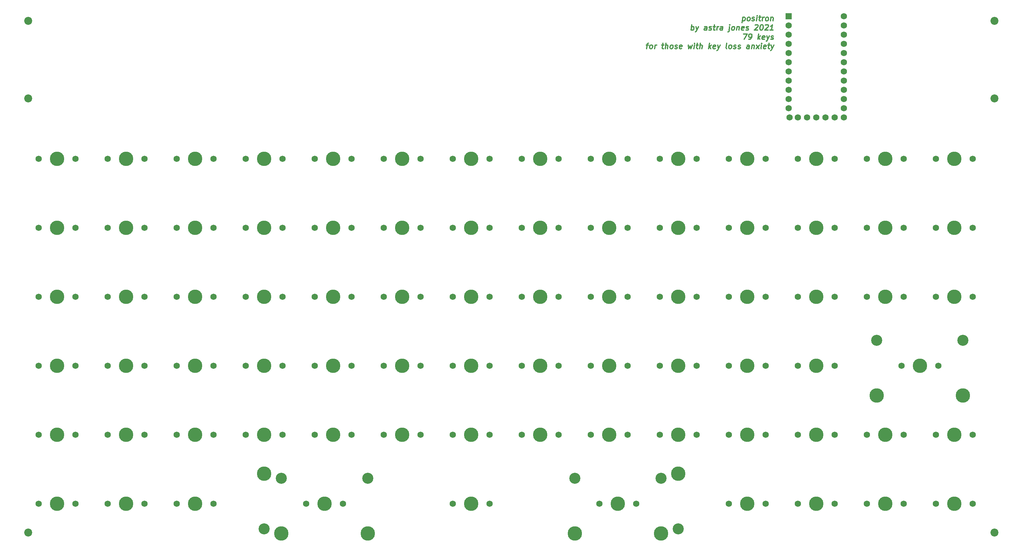
<source format=gbr>
G04 #@! TF.GenerationSoftware,KiCad,Pcbnew,5.1.9-73d0e3b20d~88~ubuntu18.04.1*
G04 #@! TF.CreationDate,2021-04-10T14:05:51-05:00*
G04 #@! TF.ProjectId,keyboard,6b657962-6f61-4726-942e-6b696361645f,rev?*
G04 #@! TF.SameCoordinates,Original*
G04 #@! TF.FileFunction,Soldermask,Top*
G04 #@! TF.FilePolarity,Negative*
%FSLAX46Y46*%
G04 Gerber Fmt 4.6, Leading zero omitted, Abs format (unit mm)*
G04 Created by KiCad (PCBNEW 5.1.9-73d0e3b20d~88~ubuntu18.04.1) date 2021-04-10 14:05:51*
%MOMM*%
%LPD*%
G01*
G04 APERTURE LIST*
%ADD10C,0.300000*%
%ADD11C,2.200000*%
%ADD12C,3.987800*%
%ADD13C,1.750000*%
%ADD14C,3.048000*%
%ADD15C,1.752600*%
%ADD16R,1.752600X1.752600*%
G04 APERTURE END LIST*
D10*
X228948214Y-30778571D02*
X228760714Y-32278571D01*
X228939285Y-30850000D02*
X229091071Y-30778571D01*
X229376785Y-30778571D01*
X229510714Y-30850000D01*
X229573214Y-30921428D01*
X229626785Y-31064285D01*
X229573214Y-31492857D01*
X229483928Y-31635714D01*
X229403571Y-31707142D01*
X229251785Y-31778571D01*
X228966071Y-31778571D01*
X228832142Y-31707142D01*
X230394642Y-31778571D02*
X230260714Y-31707142D01*
X230198214Y-31635714D01*
X230144642Y-31492857D01*
X230198214Y-31064285D01*
X230287500Y-30921428D01*
X230367857Y-30850000D01*
X230519642Y-30778571D01*
X230733928Y-30778571D01*
X230867857Y-30850000D01*
X230930357Y-30921428D01*
X230983928Y-31064285D01*
X230930357Y-31492857D01*
X230841071Y-31635714D01*
X230760714Y-31707142D01*
X230608928Y-31778571D01*
X230394642Y-31778571D01*
X231475000Y-31707142D02*
X231608928Y-31778571D01*
X231894642Y-31778571D01*
X232046428Y-31707142D01*
X232135714Y-31564285D01*
X232144642Y-31492857D01*
X232091071Y-31350000D01*
X231957142Y-31278571D01*
X231742857Y-31278571D01*
X231608928Y-31207142D01*
X231555357Y-31064285D01*
X231564285Y-30992857D01*
X231653571Y-30850000D01*
X231805357Y-30778571D01*
X232019642Y-30778571D01*
X232153571Y-30850000D01*
X232751785Y-31778571D02*
X232876785Y-30778571D01*
X232939285Y-30278571D02*
X232858928Y-30350000D01*
X232921428Y-30421428D01*
X233001785Y-30350000D01*
X232939285Y-30278571D01*
X232921428Y-30421428D01*
X233376785Y-30778571D02*
X233948214Y-30778571D01*
X233653571Y-30278571D02*
X233492857Y-31564285D01*
X233546428Y-31707142D01*
X233680357Y-31778571D01*
X233823214Y-31778571D01*
X234323214Y-31778571D02*
X234448214Y-30778571D01*
X234412500Y-31064285D02*
X234501785Y-30921428D01*
X234582142Y-30850000D01*
X234733928Y-30778571D01*
X234876785Y-30778571D01*
X235466071Y-31778571D02*
X235332142Y-31707142D01*
X235269642Y-31635714D01*
X235216071Y-31492857D01*
X235269642Y-31064285D01*
X235358928Y-30921428D01*
X235439285Y-30850000D01*
X235591071Y-30778571D01*
X235805357Y-30778571D01*
X235939285Y-30850000D01*
X236001785Y-30921428D01*
X236055357Y-31064285D01*
X236001785Y-31492857D01*
X235912500Y-31635714D01*
X235832142Y-31707142D01*
X235680357Y-31778571D01*
X235466071Y-31778571D01*
X236733928Y-30778571D02*
X236608928Y-31778571D01*
X236716071Y-30921428D02*
X236796428Y-30850000D01*
X236948214Y-30778571D01*
X237162500Y-30778571D01*
X237296428Y-30850000D01*
X237350000Y-30992857D01*
X237251785Y-31778571D01*
X214680357Y-34328571D02*
X214867857Y-32828571D01*
X214796428Y-33400000D02*
X214948214Y-33328571D01*
X215233928Y-33328571D01*
X215367857Y-33400000D01*
X215430357Y-33471428D01*
X215483928Y-33614285D01*
X215430357Y-34042857D01*
X215341071Y-34185714D01*
X215260714Y-34257142D01*
X215108928Y-34328571D01*
X214823214Y-34328571D01*
X214689285Y-34257142D01*
X216019642Y-33328571D02*
X216251785Y-34328571D01*
X216733928Y-33328571D02*
X216251785Y-34328571D01*
X216064285Y-34685714D01*
X215983928Y-34757142D01*
X215832142Y-34828571D01*
X218966071Y-34328571D02*
X219064285Y-33542857D01*
X219010714Y-33400000D01*
X218876785Y-33328571D01*
X218591071Y-33328571D01*
X218439285Y-33400000D01*
X218975000Y-34257142D02*
X218823214Y-34328571D01*
X218466071Y-34328571D01*
X218332142Y-34257142D01*
X218278571Y-34114285D01*
X218296428Y-33971428D01*
X218385714Y-33828571D01*
X218537500Y-33757142D01*
X218894642Y-33757142D01*
X219046428Y-33685714D01*
X219617857Y-34257142D02*
X219751785Y-34328571D01*
X220037500Y-34328571D01*
X220189285Y-34257142D01*
X220278571Y-34114285D01*
X220287500Y-34042857D01*
X220233928Y-33900000D01*
X220100000Y-33828571D01*
X219885714Y-33828571D01*
X219751785Y-33757142D01*
X219698214Y-33614285D01*
X219707142Y-33542857D01*
X219796428Y-33400000D01*
X219948214Y-33328571D01*
X220162500Y-33328571D01*
X220296428Y-33400000D01*
X220805357Y-33328571D02*
X221376785Y-33328571D01*
X221082142Y-32828571D02*
X220921428Y-34114285D01*
X220975000Y-34257142D01*
X221108928Y-34328571D01*
X221251785Y-34328571D01*
X221751785Y-34328571D02*
X221876785Y-33328571D01*
X221841071Y-33614285D02*
X221930357Y-33471428D01*
X222010714Y-33400000D01*
X222162500Y-33328571D01*
X222305357Y-33328571D01*
X223323214Y-34328571D02*
X223421428Y-33542857D01*
X223367857Y-33400000D01*
X223233928Y-33328571D01*
X222948214Y-33328571D01*
X222796428Y-33400000D01*
X223332142Y-34257142D02*
X223180357Y-34328571D01*
X222823214Y-34328571D01*
X222689285Y-34257142D01*
X222635714Y-34114285D01*
X222653571Y-33971428D01*
X222742857Y-33828571D01*
X222894642Y-33757142D01*
X223251785Y-33757142D01*
X223403571Y-33685714D01*
X225305357Y-33328571D02*
X225144642Y-34614285D01*
X225055357Y-34757142D01*
X224903571Y-34828571D01*
X224832142Y-34828571D01*
X225367857Y-32828571D02*
X225287500Y-32900000D01*
X225350000Y-32971428D01*
X225430357Y-32900000D01*
X225367857Y-32828571D01*
X225350000Y-32971428D01*
X226108928Y-34328571D02*
X225975000Y-34257142D01*
X225912500Y-34185714D01*
X225858928Y-34042857D01*
X225912500Y-33614285D01*
X226001785Y-33471428D01*
X226082142Y-33400000D01*
X226233928Y-33328571D01*
X226448214Y-33328571D01*
X226582142Y-33400000D01*
X226644642Y-33471428D01*
X226698214Y-33614285D01*
X226644642Y-34042857D01*
X226555357Y-34185714D01*
X226475000Y-34257142D01*
X226323214Y-34328571D01*
X226108928Y-34328571D01*
X227376785Y-33328571D02*
X227251785Y-34328571D01*
X227358928Y-33471428D02*
X227439285Y-33400000D01*
X227591071Y-33328571D01*
X227805357Y-33328571D01*
X227939285Y-33400000D01*
X227992857Y-33542857D01*
X227894642Y-34328571D01*
X229189285Y-34257142D02*
X229037500Y-34328571D01*
X228751785Y-34328571D01*
X228617857Y-34257142D01*
X228564285Y-34114285D01*
X228635714Y-33542857D01*
X228725000Y-33400000D01*
X228876785Y-33328571D01*
X229162500Y-33328571D01*
X229296428Y-33400000D01*
X229350000Y-33542857D01*
X229332142Y-33685714D01*
X228600000Y-33828571D01*
X229832142Y-34257142D02*
X229966071Y-34328571D01*
X230251785Y-34328571D01*
X230403571Y-34257142D01*
X230492857Y-34114285D01*
X230501785Y-34042857D01*
X230448214Y-33900000D01*
X230314285Y-33828571D01*
X230100000Y-33828571D01*
X229966071Y-33757142D01*
X229912500Y-33614285D01*
X229921428Y-33542857D01*
X230010714Y-33400000D01*
X230162500Y-33328571D01*
X230376785Y-33328571D01*
X230510714Y-33400000D01*
X232350000Y-32971428D02*
X232430357Y-32900000D01*
X232582142Y-32828571D01*
X232939285Y-32828571D01*
X233073214Y-32900000D01*
X233135714Y-32971428D01*
X233189285Y-33114285D01*
X233171428Y-33257142D01*
X233073214Y-33471428D01*
X232108928Y-34328571D01*
X233037500Y-34328571D01*
X234153571Y-32828571D02*
X234296428Y-32828571D01*
X234430357Y-32900000D01*
X234492857Y-32971428D01*
X234546428Y-33114285D01*
X234582142Y-33400000D01*
X234537500Y-33757142D01*
X234430357Y-34042857D01*
X234341071Y-34185714D01*
X234260714Y-34257142D01*
X234108928Y-34328571D01*
X233966071Y-34328571D01*
X233832142Y-34257142D01*
X233769642Y-34185714D01*
X233716071Y-34042857D01*
X233680357Y-33757142D01*
X233725000Y-33400000D01*
X233832142Y-33114285D01*
X233921428Y-32971428D01*
X234001785Y-32900000D01*
X234153571Y-32828571D01*
X235207142Y-32971428D02*
X235287500Y-32900000D01*
X235439285Y-32828571D01*
X235796428Y-32828571D01*
X235930357Y-32900000D01*
X235992857Y-32971428D01*
X236046428Y-33114285D01*
X236028571Y-33257142D01*
X235930357Y-33471428D01*
X234966071Y-34328571D01*
X235894642Y-34328571D01*
X237323214Y-34328571D02*
X236466071Y-34328571D01*
X236894642Y-34328571D02*
X237082142Y-32828571D01*
X236912500Y-33042857D01*
X236751785Y-33185714D01*
X236600000Y-33257142D01*
X229153571Y-35378571D02*
X230153571Y-35378571D01*
X229323214Y-36878571D01*
X230608928Y-36878571D02*
X230894642Y-36878571D01*
X231046428Y-36807142D01*
X231126785Y-36735714D01*
X231296428Y-36521428D01*
X231403571Y-36235714D01*
X231475000Y-35664285D01*
X231421428Y-35521428D01*
X231358928Y-35450000D01*
X231225000Y-35378571D01*
X230939285Y-35378571D01*
X230787500Y-35450000D01*
X230707142Y-35521428D01*
X230617857Y-35664285D01*
X230573214Y-36021428D01*
X230626785Y-36164285D01*
X230689285Y-36235714D01*
X230823214Y-36307142D01*
X231108928Y-36307142D01*
X231260714Y-36235714D01*
X231341071Y-36164285D01*
X231430357Y-36021428D01*
X233108928Y-36878571D02*
X233296428Y-35378571D01*
X233323214Y-36307142D02*
X233680357Y-36878571D01*
X233805357Y-35878571D02*
X233162500Y-36450000D01*
X234903571Y-36807142D02*
X234751785Y-36878571D01*
X234466071Y-36878571D01*
X234332142Y-36807142D01*
X234278571Y-36664285D01*
X234350000Y-36092857D01*
X234439285Y-35950000D01*
X234591071Y-35878571D01*
X234876785Y-35878571D01*
X235010714Y-35950000D01*
X235064285Y-36092857D01*
X235046428Y-36235714D01*
X234314285Y-36378571D01*
X235591071Y-35878571D02*
X235823214Y-36878571D01*
X236305357Y-35878571D02*
X235823214Y-36878571D01*
X235635714Y-37235714D01*
X235555357Y-37307142D01*
X235403571Y-37378571D01*
X236689285Y-36807142D02*
X236823214Y-36878571D01*
X237108928Y-36878571D01*
X237260714Y-36807142D01*
X237350000Y-36664285D01*
X237358928Y-36592857D01*
X237305357Y-36450000D01*
X237171428Y-36378571D01*
X236957142Y-36378571D01*
X236823214Y-36307142D01*
X236769642Y-36164285D01*
X236778571Y-36092857D01*
X236867857Y-35950000D01*
X237019642Y-35878571D01*
X237233928Y-35878571D01*
X237367857Y-35950000D01*
X202305357Y-38428571D02*
X202876785Y-38428571D01*
X202394642Y-39428571D02*
X202555357Y-38142857D01*
X202644642Y-38000000D01*
X202796428Y-37928571D01*
X202939285Y-37928571D01*
X203466071Y-39428571D02*
X203332142Y-39357142D01*
X203269642Y-39285714D01*
X203216071Y-39142857D01*
X203269642Y-38714285D01*
X203358928Y-38571428D01*
X203439285Y-38500000D01*
X203591071Y-38428571D01*
X203805357Y-38428571D01*
X203939285Y-38500000D01*
X204001785Y-38571428D01*
X204055357Y-38714285D01*
X204001785Y-39142857D01*
X203912500Y-39285714D01*
X203832142Y-39357142D01*
X203680357Y-39428571D01*
X203466071Y-39428571D01*
X204608928Y-39428571D02*
X204733928Y-38428571D01*
X204698214Y-38714285D02*
X204787500Y-38571428D01*
X204867857Y-38500000D01*
X205019642Y-38428571D01*
X205162500Y-38428571D01*
X206591071Y-38428571D02*
X207162500Y-38428571D01*
X206867857Y-37928571D02*
X206707142Y-39214285D01*
X206760714Y-39357142D01*
X206894642Y-39428571D01*
X207037500Y-39428571D01*
X207537500Y-39428571D02*
X207725000Y-37928571D01*
X208180357Y-39428571D02*
X208278571Y-38642857D01*
X208225000Y-38500000D01*
X208091071Y-38428571D01*
X207876785Y-38428571D01*
X207725000Y-38500000D01*
X207644642Y-38571428D01*
X209108928Y-39428571D02*
X208975000Y-39357142D01*
X208912500Y-39285714D01*
X208858928Y-39142857D01*
X208912500Y-38714285D01*
X209001785Y-38571428D01*
X209082142Y-38500000D01*
X209233928Y-38428571D01*
X209448214Y-38428571D01*
X209582142Y-38500000D01*
X209644642Y-38571428D01*
X209698214Y-38714285D01*
X209644642Y-39142857D01*
X209555357Y-39285714D01*
X209475000Y-39357142D01*
X209323214Y-39428571D01*
X209108928Y-39428571D01*
X210189285Y-39357142D02*
X210323214Y-39428571D01*
X210608928Y-39428571D01*
X210760714Y-39357142D01*
X210850000Y-39214285D01*
X210858928Y-39142857D01*
X210805357Y-39000000D01*
X210671428Y-38928571D01*
X210457142Y-38928571D01*
X210323214Y-38857142D01*
X210269642Y-38714285D01*
X210278571Y-38642857D01*
X210367857Y-38500000D01*
X210519642Y-38428571D01*
X210733928Y-38428571D01*
X210867857Y-38500000D01*
X212046428Y-39357142D02*
X211894642Y-39428571D01*
X211608928Y-39428571D01*
X211475000Y-39357142D01*
X211421428Y-39214285D01*
X211492857Y-38642857D01*
X211582142Y-38500000D01*
X211733928Y-38428571D01*
X212019642Y-38428571D01*
X212153571Y-38500000D01*
X212207142Y-38642857D01*
X212189285Y-38785714D01*
X211457142Y-38928571D01*
X213876785Y-38428571D02*
X214037500Y-39428571D01*
X214412500Y-38714285D01*
X214608928Y-39428571D01*
X215019642Y-38428571D01*
X215466071Y-39428571D02*
X215591071Y-38428571D01*
X215653571Y-37928571D02*
X215573214Y-38000000D01*
X215635714Y-38071428D01*
X215716071Y-38000000D01*
X215653571Y-37928571D01*
X215635714Y-38071428D01*
X216091071Y-38428571D02*
X216662500Y-38428571D01*
X216367857Y-37928571D02*
X216207142Y-39214285D01*
X216260714Y-39357142D01*
X216394642Y-39428571D01*
X216537500Y-39428571D01*
X217037500Y-39428571D02*
X217225000Y-37928571D01*
X217680357Y-39428571D02*
X217778571Y-38642857D01*
X217725000Y-38500000D01*
X217591071Y-38428571D01*
X217376785Y-38428571D01*
X217225000Y-38500000D01*
X217144642Y-38571428D01*
X219537500Y-39428571D02*
X219725000Y-37928571D01*
X219751785Y-38857142D02*
X220108928Y-39428571D01*
X220233928Y-38428571D02*
X219591071Y-39000000D01*
X221332142Y-39357142D02*
X221180357Y-39428571D01*
X220894642Y-39428571D01*
X220760714Y-39357142D01*
X220707142Y-39214285D01*
X220778571Y-38642857D01*
X220867857Y-38500000D01*
X221019642Y-38428571D01*
X221305357Y-38428571D01*
X221439285Y-38500000D01*
X221492857Y-38642857D01*
X221475000Y-38785714D01*
X220742857Y-38928571D01*
X222019642Y-38428571D02*
X222251785Y-39428571D01*
X222733928Y-38428571D02*
X222251785Y-39428571D01*
X222064285Y-39785714D01*
X221983928Y-39857142D01*
X221832142Y-39928571D01*
X224537500Y-39428571D02*
X224403571Y-39357142D01*
X224350000Y-39214285D01*
X224510714Y-37928571D01*
X225323214Y-39428571D02*
X225189285Y-39357142D01*
X225126785Y-39285714D01*
X225073214Y-39142857D01*
X225126785Y-38714285D01*
X225216071Y-38571428D01*
X225296428Y-38500000D01*
X225448214Y-38428571D01*
X225662500Y-38428571D01*
X225796428Y-38500000D01*
X225858928Y-38571428D01*
X225912500Y-38714285D01*
X225858928Y-39142857D01*
X225769642Y-39285714D01*
X225689285Y-39357142D01*
X225537500Y-39428571D01*
X225323214Y-39428571D01*
X226403571Y-39357142D02*
X226537500Y-39428571D01*
X226823214Y-39428571D01*
X226975000Y-39357142D01*
X227064285Y-39214285D01*
X227073214Y-39142857D01*
X227019642Y-39000000D01*
X226885714Y-38928571D01*
X226671428Y-38928571D01*
X226537500Y-38857142D01*
X226483928Y-38714285D01*
X226492857Y-38642857D01*
X226582142Y-38500000D01*
X226733928Y-38428571D01*
X226948214Y-38428571D01*
X227082142Y-38500000D01*
X227617857Y-39357142D02*
X227751785Y-39428571D01*
X228037500Y-39428571D01*
X228189285Y-39357142D01*
X228278571Y-39214285D01*
X228287500Y-39142857D01*
X228233928Y-39000000D01*
X228100000Y-38928571D01*
X227885714Y-38928571D01*
X227751785Y-38857142D01*
X227698214Y-38714285D01*
X227707142Y-38642857D01*
X227796428Y-38500000D01*
X227948214Y-38428571D01*
X228162500Y-38428571D01*
X228296428Y-38500000D01*
X230680357Y-39428571D02*
X230778571Y-38642857D01*
X230725000Y-38500000D01*
X230591071Y-38428571D01*
X230305357Y-38428571D01*
X230153571Y-38500000D01*
X230689285Y-39357142D02*
X230537500Y-39428571D01*
X230180357Y-39428571D01*
X230046428Y-39357142D01*
X229992857Y-39214285D01*
X230010714Y-39071428D01*
X230100000Y-38928571D01*
X230251785Y-38857142D01*
X230608928Y-38857142D01*
X230760714Y-38785714D01*
X231519642Y-38428571D02*
X231394642Y-39428571D01*
X231501785Y-38571428D02*
X231582142Y-38500000D01*
X231733928Y-38428571D01*
X231948214Y-38428571D01*
X232082142Y-38500000D01*
X232135714Y-38642857D01*
X232037500Y-39428571D01*
X232608928Y-39428571D02*
X233519642Y-38428571D01*
X232733928Y-38428571D02*
X233394642Y-39428571D01*
X233966071Y-39428571D02*
X234091071Y-38428571D01*
X234153571Y-37928571D02*
X234073214Y-38000000D01*
X234135714Y-38071428D01*
X234216071Y-38000000D01*
X234153571Y-37928571D01*
X234135714Y-38071428D01*
X235260714Y-39357142D02*
X235108928Y-39428571D01*
X234823214Y-39428571D01*
X234689285Y-39357142D01*
X234635714Y-39214285D01*
X234707142Y-38642857D01*
X234796428Y-38500000D01*
X234948214Y-38428571D01*
X235233928Y-38428571D01*
X235367857Y-38500000D01*
X235421428Y-38642857D01*
X235403571Y-38785714D01*
X234671428Y-38928571D01*
X235876785Y-38428571D02*
X236448214Y-38428571D01*
X236153571Y-37928571D02*
X235992857Y-39214285D01*
X236046428Y-39357142D01*
X236180357Y-39428571D01*
X236323214Y-39428571D01*
X236805357Y-38428571D02*
X237037500Y-39428571D01*
X237519642Y-38428571D02*
X237037500Y-39428571D01*
X236850000Y-39785714D01*
X236769642Y-39857142D01*
X236617857Y-39928571D01*
D11*
X298450000Y-173037500D03*
X31750000Y-173037500D03*
X298450000Y-31750000D03*
X298450000Y-53181250D03*
X31750000Y-53181250D03*
X31750000Y-31750000D03*
D12*
X153987500Y-88900000D03*
D13*
X148907500Y-88900000D03*
X159067500Y-88900000D03*
D12*
X192087500Y-88900000D03*
D13*
X187007500Y-88900000D03*
X197167500Y-88900000D03*
D12*
X153987500Y-69850000D03*
D13*
X148907500Y-69850000D03*
X159067500Y-69850000D03*
D12*
X115887500Y-69850000D03*
D13*
X110807500Y-69850000D03*
X120967500Y-69850000D03*
D12*
X58737500Y-69850000D03*
D13*
X53657500Y-69850000D03*
X63817500Y-69850000D03*
D12*
X192087500Y-69850000D03*
D13*
X187007500Y-69850000D03*
X197167500Y-69850000D03*
D12*
X249237500Y-69850000D03*
D13*
X244157500Y-69850000D03*
X254317500Y-69850000D03*
D12*
X287337500Y-69850000D03*
D13*
X282257500Y-69850000D03*
X292417500Y-69850000D03*
D12*
X153987500Y-165100000D03*
D13*
X148907500Y-165100000D03*
X159067500Y-165100000D03*
D14*
X96837500Y-172085000D03*
X211137500Y-172085000D03*
D12*
X96837500Y-156845000D03*
X211137500Y-156845000D03*
D15*
X244157500Y-58420000D03*
X246697500Y-58420000D03*
X249237500Y-58420000D03*
X251777500Y-58420000D03*
X254317500Y-58420000D03*
X256857500Y-30480000D03*
X241846100Y-58420000D03*
X256857500Y-33020000D03*
X256857500Y-35560000D03*
X256857500Y-38100000D03*
X256857500Y-40640000D03*
X256857500Y-43180000D03*
X256857500Y-45720000D03*
X256857500Y-48260000D03*
X256857500Y-50800000D03*
X256857500Y-53340000D03*
X256857500Y-55880000D03*
X256857500Y-58420000D03*
X241617500Y-55880000D03*
X241617500Y-53340000D03*
X241617500Y-50800000D03*
X241617500Y-48260000D03*
X241617500Y-45720000D03*
X241617500Y-43180000D03*
X241617500Y-40640000D03*
X241617500Y-38100000D03*
X241617500Y-35560000D03*
X241617500Y-33020000D03*
D16*
X241617500Y-30480000D03*
D12*
X39687500Y-88900000D03*
D13*
X34607500Y-88900000D03*
X44767500Y-88900000D03*
D12*
X58737500Y-146050000D03*
D13*
X53657500Y-146050000D03*
X63817500Y-146050000D03*
D12*
X153987500Y-107950000D03*
D13*
X148907500Y-107950000D03*
X159067500Y-107950000D03*
D12*
X77787500Y-146050000D03*
D13*
X72707500Y-146050000D03*
X82867500Y-146050000D03*
D12*
X77787500Y-107950000D03*
D13*
X72707500Y-107950000D03*
X82867500Y-107950000D03*
D12*
X115887500Y-146050000D03*
D13*
X110807500Y-146050000D03*
X120967500Y-146050000D03*
D12*
X268287500Y-146050000D03*
D13*
X263207500Y-146050000D03*
X273367500Y-146050000D03*
D12*
X173037500Y-107950000D03*
D13*
X167957500Y-107950000D03*
X178117500Y-107950000D03*
D12*
X39687500Y-107950000D03*
D13*
X34607500Y-107950000D03*
X44767500Y-107950000D03*
D12*
X134937500Y-107950000D03*
D13*
X129857500Y-107950000D03*
X140017500Y-107950000D03*
D12*
X58737500Y-165100000D03*
D13*
X53657500Y-165100000D03*
X63817500Y-165100000D03*
D12*
X287337500Y-146050000D03*
D13*
X282257500Y-146050000D03*
X292417500Y-146050000D03*
D12*
X194468750Y-165100000D03*
D13*
X189388750Y-165100000D03*
X199548750Y-165100000D03*
D14*
X182562500Y-158115000D03*
X206375000Y-158115000D03*
D12*
X182562500Y-173355000D03*
X206375000Y-173355000D03*
X113506250Y-165100000D03*
D13*
X108426250Y-165100000D03*
X118586250Y-165100000D03*
D14*
X101600000Y-158115000D03*
X125412500Y-158115000D03*
D12*
X101600000Y-173355000D03*
X125412500Y-173355000D03*
X230187500Y-146050000D03*
D13*
X225107500Y-146050000D03*
X235267500Y-146050000D03*
D12*
X39687500Y-146050000D03*
D13*
X34607500Y-146050000D03*
X44767500Y-146050000D03*
D12*
X249237500Y-146050000D03*
D13*
X244157500Y-146050000D03*
X254317500Y-146050000D03*
D12*
X230187500Y-127000000D03*
D13*
X225107500Y-127000000D03*
X235267500Y-127000000D03*
D12*
X77787500Y-127000000D03*
D13*
X72707500Y-127000000D03*
X82867500Y-127000000D03*
D12*
X287337500Y-165100000D03*
D13*
X282257500Y-165100000D03*
X292417500Y-165100000D03*
D12*
X115887500Y-107950000D03*
D13*
X110807500Y-107950000D03*
X120967500Y-107950000D03*
D12*
X249237500Y-127000000D03*
D13*
X244157500Y-127000000D03*
X254317500Y-127000000D03*
D12*
X58737500Y-107950000D03*
D13*
X53657500Y-107950000D03*
X63817500Y-107950000D03*
D12*
X230187500Y-107950000D03*
D13*
X225107500Y-107950000D03*
X235267500Y-107950000D03*
D12*
X268287500Y-107950000D03*
D13*
X263207500Y-107950000D03*
X273367500Y-107950000D03*
D12*
X211137500Y-107950000D03*
D13*
X206057500Y-107950000D03*
X216217500Y-107950000D03*
D12*
X153987500Y-146050000D03*
D13*
X148907500Y-146050000D03*
X159067500Y-146050000D03*
D12*
X249237500Y-88900000D03*
D13*
X244157500Y-88900000D03*
X254317500Y-88900000D03*
D12*
X230187500Y-165100000D03*
D13*
X225107500Y-165100000D03*
X235267500Y-165100000D03*
D12*
X173037500Y-146050000D03*
D13*
X167957500Y-146050000D03*
X178117500Y-146050000D03*
D12*
X249237500Y-165100000D03*
D13*
X244157500Y-165100000D03*
X254317500Y-165100000D03*
D12*
X211137500Y-127000000D03*
D13*
X206057500Y-127000000D03*
X216217500Y-127000000D03*
D12*
X192087500Y-127000000D03*
D13*
X187007500Y-127000000D03*
X197167500Y-127000000D03*
D12*
X173037500Y-127000000D03*
D13*
X167957500Y-127000000D03*
X178117500Y-127000000D03*
D12*
X192087500Y-107950000D03*
D13*
X187007500Y-107950000D03*
X197167500Y-107950000D03*
D12*
X153987500Y-127000000D03*
D13*
X148907500Y-127000000D03*
X159067500Y-127000000D03*
D12*
X134937500Y-127000000D03*
D13*
X129857500Y-127000000D03*
X140017500Y-127000000D03*
D12*
X115887500Y-127000000D03*
D13*
X110807500Y-127000000D03*
X120967500Y-127000000D03*
D12*
X268287500Y-69850000D03*
D13*
X263207500Y-69850000D03*
X273367500Y-69850000D03*
D12*
X230187500Y-69850000D03*
D13*
X225107500Y-69850000D03*
X235267500Y-69850000D03*
D12*
X211137500Y-69850000D03*
D13*
X206057500Y-69850000D03*
X216217500Y-69850000D03*
D12*
X173037500Y-69850000D03*
D13*
X167957500Y-69850000D03*
X178117500Y-69850000D03*
D12*
X134937500Y-69850000D03*
D13*
X129857500Y-69850000D03*
X140017500Y-69850000D03*
D12*
X96837500Y-69850000D03*
D13*
X91757500Y-69850000D03*
X101917500Y-69850000D03*
D12*
X77787500Y-69850000D03*
D13*
X72707500Y-69850000D03*
X82867500Y-69850000D03*
D12*
X39687500Y-69850000D03*
D13*
X34607500Y-69850000D03*
X44767500Y-69850000D03*
D12*
X268287500Y-88900000D03*
D13*
X263207500Y-88900000D03*
X273367500Y-88900000D03*
D12*
X277812500Y-127000000D03*
D13*
X272732500Y-127000000D03*
X282892500Y-127000000D03*
D14*
X265906250Y-120015000D03*
X289718750Y-120015000D03*
D12*
X265906250Y-135255000D03*
X289718750Y-135255000D03*
X96837500Y-107950000D03*
D13*
X91757500Y-107950000D03*
X101917500Y-107950000D03*
D12*
X268287500Y-165100000D03*
D13*
X263207500Y-165100000D03*
X273367500Y-165100000D03*
D12*
X211137500Y-146050000D03*
D13*
X206057500Y-146050000D03*
X216217500Y-146050000D03*
D12*
X96837500Y-127000000D03*
D13*
X91757500Y-127000000D03*
X101917500Y-127000000D03*
D12*
X39687500Y-165100000D03*
D13*
X34607500Y-165100000D03*
X44767500Y-165100000D03*
D12*
X39687500Y-127000000D03*
D13*
X34607500Y-127000000D03*
X44767500Y-127000000D03*
D12*
X192087500Y-146050000D03*
D13*
X187007500Y-146050000D03*
X197167500Y-146050000D03*
D12*
X249237500Y-107950000D03*
D13*
X244157500Y-107950000D03*
X254317500Y-107950000D03*
D12*
X96837500Y-146050000D03*
D13*
X91757500Y-146050000D03*
X101917500Y-146050000D03*
D12*
X287337500Y-107950000D03*
D13*
X282257500Y-107950000D03*
X292417500Y-107950000D03*
D12*
X287337500Y-88900000D03*
D13*
X282257500Y-88900000D03*
X292417500Y-88900000D03*
D12*
X134937500Y-146050000D03*
D13*
X129857500Y-146050000D03*
X140017500Y-146050000D03*
D12*
X77787500Y-165100000D03*
D13*
X72707500Y-165100000D03*
X82867500Y-165100000D03*
D12*
X58737500Y-127000000D03*
D13*
X53657500Y-127000000D03*
X63817500Y-127000000D03*
D12*
X211137500Y-88900000D03*
D13*
X206057500Y-88900000D03*
X216217500Y-88900000D03*
D12*
X173037500Y-88900000D03*
D13*
X167957500Y-88900000D03*
X178117500Y-88900000D03*
D12*
X134937500Y-88900000D03*
D13*
X129857500Y-88900000D03*
X140017500Y-88900000D03*
D12*
X115887500Y-88900000D03*
D13*
X110807500Y-88900000D03*
X120967500Y-88900000D03*
D12*
X96837500Y-88900000D03*
D13*
X91757500Y-88900000D03*
X101917500Y-88900000D03*
D12*
X77787500Y-88900000D03*
D13*
X72707500Y-88900000D03*
X82867500Y-88900000D03*
D12*
X58737500Y-88900000D03*
D13*
X53657500Y-88900000D03*
X63817500Y-88900000D03*
D12*
X230187500Y-88900000D03*
D13*
X225107500Y-88900000D03*
X235267500Y-88900000D03*
M02*

</source>
